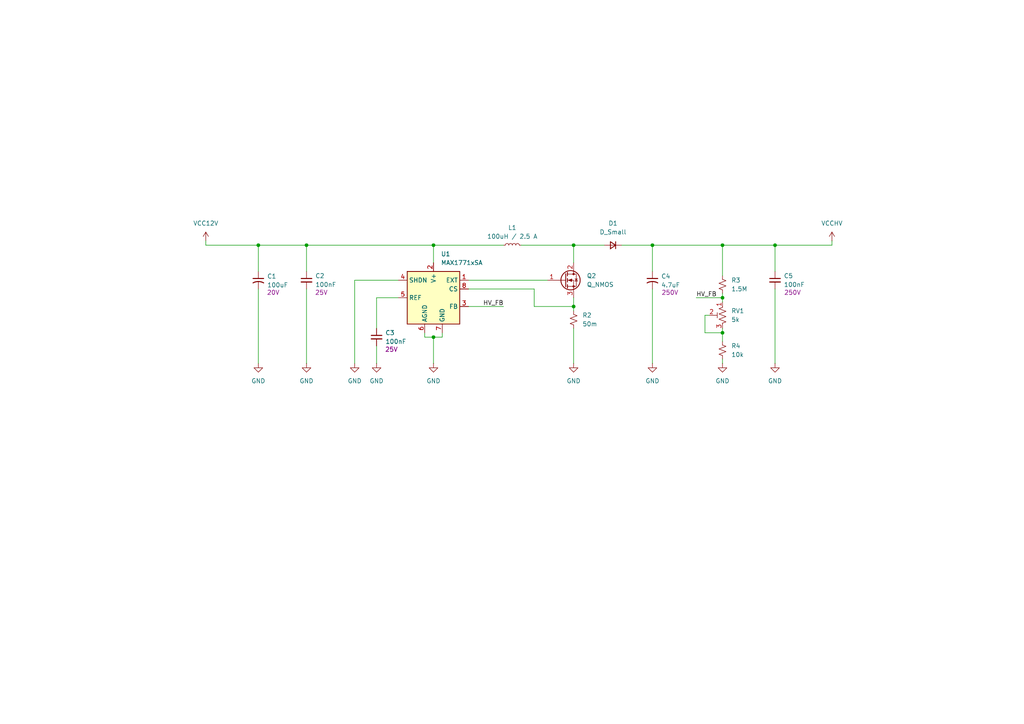
<source format=kicad_sch>
(kicad_sch (version 20250114) (generator "eeschema") (generator_version "9.0")
  (paper "A4")
  (lib_symbols
    (symbol "Device:C_Small" (pin_numbers (hide yes)) (pin_names (offset 0.254) (hide yes))
      (property "Reference" "C" (at 0.254 1.778 0))
      (property "Value" "C_Small" (at 0.254 -2.032 0))
      (symbol "C_Small_0_1"
        (polyline (pts (xy -1.524 0.508) (xy 1.524 0.508)) (stroke (width 0.3048)))
        (polyline (pts (xy -1.524 -0.508) (xy 1.524 -0.508)) (stroke (width 0.3302)))
      )
      (symbol "C_Small_1_1"
        (pin passive line (at 0 2.54 270) (length 2.032) (name "~") (number "1"))
        (pin passive line (at 0 -2.54 90) (length 2.032) (name "~") (number "2"))
      )
    )
    (symbol "Device:C_Small_US" (pin_numbers (hide yes)) (pin_names (offset 0.254) (hide yes))
      (property "Reference" "C" (at 0.254 1.778 0))
      (property "Value" "C_Small_US" (at 0.254 -2.032 0))
      (symbol "C_Small_US_0_1"
        (polyline (pts (xy -1.524 0.508) (xy 1.524 0.508)) (stroke (width 0.3048)))
        (arc (start -1.524 -0.762) (mid 0 -0.3734) (end 1.524 -0.762) (stroke (width 0.3048)))
      )
      (symbol "C_Small_US_1_1"
        (pin passive line (at 0 2.54 270) (length 2.032) (name "~") (number "1"))
        (pin passive line (at 0 -2.54 90) (length 2.032) (name "~") (number "2"))
      )
    )
    (symbol "Device:D_Small" (pin_numbers (hide yes)) (pin_names (offset 0.254) (hide yes))
      (property "Reference" "D" (at -1.27 2.032 0))
      (property "Value" "D_Small" (at -3.81 -2.032 0))
      (symbol "D_Small_0_1"
        (polyline (pts (xy -0.762 0) (xy 0.762 0)))
        (polyline (pts (xy -0.762 -1.016) (xy -0.762 1.016)) (stroke (width 0.254)))
        (polyline (pts (xy 0.762 -1.016) (xy -0.762 0) (xy 0.762 1.016) (xy 0.762 -1.016)) (stroke (width 0.254)))
      )
      (symbol "D_Small_1_1"
        (pin passive line (at -2.54 0 0) (length 1.778) (name "K") (number "1"))
        (pin passive line (at 2.54 0 180) (length 1.778) (name "A") (number "2"))
      )
    )
    (symbol "Device:L_Small" (pin_numbers (hide yes)) (pin_names (offset 0.254) (hide yes))
      (property "Reference" "L" (at 0.762 1.016 0))
      (property "Value" "L_Small" (at 0.762 -1.016 0))
      (symbol "L_Small_0_1"
        (arc (start 0 2.032) (mid 0.5058 1.524) (end 0 1.016))
        (arc (start 0 1.016) (mid 0.5058 0.508) (end 0 0))
        (arc (start 0 0) (mid 0.5058 -0.508) (end 0 -1.016))
        (arc (start 0 -1.016) (mid 0.5058 -1.524) (end 0 -2.032))
      )
      (symbol "L_Small_1_1"
        (pin passive line (at 0 2.54 270) (length 0.508) (name "~") (number "1"))
        (pin passive line (at 0 -2.54 90) (length 0.508) (name "~") (number "2"))
      )
    )
    (symbol "Device:R_Potentiometer_Trim_US" (pin_names (offset 1.016) (hide yes))
      (property "Reference" "RV" (at -4.445 0 90))
      (property "Value" "R_Potentiometer_Trim_US" (at -2.54 0 90))
      (symbol "R_Potentiometer_Trim_US_0_1"
        (polyline (pts (xy 0 2.286) (xy 0 2.54)))
        (polyline (pts (xy 0 2.286) (xy 1.016 1.905) (xy 0 1.524) (xy -1.016 1.143) (xy 0 0.762)))
        (polyline (pts (xy 0 0.762) (xy 1.016 0.381) (xy 0 0) (xy -1.016 -0.381) (xy 0 -0.762)))
        (polyline (pts (xy 0 -0.762) (xy 1.016 -1.143) (xy 0 -1.524) (xy -1.016 -1.905) (xy 0 -2.286)))
        (polyline (pts (xy 0 -2.286) (xy 0 -2.54)))
        (polyline (pts (xy 1.524 0.762) (xy 1.524 -0.762)))
        (polyline (pts (xy 2.54 0) (xy 1.524 0)))
      )
      (symbol "R_Potentiometer_Trim_US_1_1"
        (pin passive line (at 0 3.81 270) (length 1.27) (name "1") (number "1"))
        (pin passive line (at 0 -3.81 90) (length 1.27) (name "3") (number "3"))
        (pin passive line (at 3.81 0 180) (length 1.27) (name "2") (number "2"))
      )
    )
    (symbol "Device:R_Small_US" (pin_numbers (hide yes)) (pin_names (offset 0.254) (hide yes))
      (property "Reference" "R" (at 0.762 0.508 0))
      (property "Value" "R_Small_US" (at 0.762 -1.016 0))
      (symbol "R_Small_US_1_1"
        (polyline (pts (xy 0 1.524) (xy 1.016 1.143) (xy 0 0.762) (xy -1.016 0.381) (xy 0 0)))
        (polyline (pts (xy 0 0) (xy 1.016 -0.381) (xy 0 -0.762) (xy -1.016 -1.143) (xy 0 -1.524)))
        (pin passive line (at 0 2.54 270) (length 1.016) (name "~") (number "1"))
        (pin passive line (at 0 -2.54 90) (length 1.016) (name "~") (number "2"))
      )
    )
    (symbol "Regulator_Switching:MAX1771xSA"
      (property "Reference" "U" (at -3.81 10.16 0))
      (property "Value" "MAX1771xSA" (at 6.35 10.16 0))
      (symbol "MAX1771xSA_0_1"
        (rectangle (start -7.62 7.62) (end 7.62 -7.62) (stroke (width 0.254)) (fill (type background)))
      )
      (symbol "MAX1771xSA_1_1"
        (pin input line (at -10.16 5.08 0) (length 2.54) (name "SHDN") (number "4"))
        (pin passive line (at -10.16 0 0) (length 2.54) (name "REF") (number "5"))
        (pin power_in line (at -2.54 -10.16 90) (length 2.54) (name "AGND") (number "6"))
        (pin power_in line (at 0 10.16 270) (length 2.54) (name "V+") (number "2"))
        (pin power_in line (at 2.54 -10.16 90) (length 2.54) (name "GND") (number "7"))
        (pin output line (at 10.16 5.08 180) (length 2.54) (name "EXT") (number "1"))
        (pin input line (at 10.16 2.54 180) (length 2.54) (name "CS") (number "8"))
        (pin input line (at 10.16 -2.54 180) (length 2.54) (name "FB") (number "3"))
      )
    )
    (symbol "Transistor_FET:Q_NMOS_GDS" (pin_names (offset 0) (hide yes))
      (property "Reference" "Q" (at 5.08 1.905 0))
      (property "Value" "Q_NMOS_GDS" (at 5.08 0 0))
      (symbol "Q_NMOS_GDS_0_1"
        (polyline (pts (xy 0.254 1.905) (xy 0.254 -1.905)) (stroke (width 0.254)))
        (polyline (pts (xy 0.254 0) (xy -2.54 0)))
        (polyline (pts (xy 0.762 2.286) (xy 0.762 1.27)) (stroke (width 0.254)))
        (polyline (pts (xy 0.762 0.508) (xy 0.762 -0.508)) (stroke (width 0.254)))
        (polyline (pts (xy 0.762 -1.27) (xy 0.762 -2.286)) (stroke (width 0.254)))
        (polyline (pts (xy 0.762 -1.778) (xy 3.302 -1.778) (xy 3.302 1.778) (xy 0.762 1.778)))
        (polyline (pts (xy 1.016 0) (xy 2.032 0.381) (xy 2.032 -0.381) (xy 1.016 0)) (fill (type outline)))
        (circle (center 1.651 0) (radius 2.794) (stroke (width 0.254)))
        (polyline (pts (xy 2.54 2.54) (xy 2.54 1.778)))
        (circle (center 2.54 1.778) (radius 0.254) (fill (type outline)))
        (circle (center 2.54 -1.778) (radius 0.254) (fill (type outline)))
        (polyline (pts (xy 2.54 -2.54) (xy 2.54 0) (xy 0.762 0)))
        (polyline (pts (xy 2.921 0.381) (xy 3.683 0.381)))
        (polyline (pts (xy 3.302 0.381) (xy 2.921 -0.254) (xy 3.683 -0.254) (xy 3.302 0.381)))
      )
      (symbol "Q_NMOS_GDS_1_1"
        (pin input line (at -5.08 0 0) (length 2.54) (name "G") (number "1"))
        (pin passive line (at 2.54 5.08 270) (length 2.54) (name "D") (number "2"))
        (pin passive line (at 2.54 -5.08 90) (length 2.54) (name "S") (number "3"))
      )
    )
    (symbol "power:GND" (power) (pin_numbers (hide yes)) (pin_names (offset 0) (hide yes))
      (property "Value" "GND" (at 0 -3.81 0))
      (symbol "GND_0_1"
        (polyline (pts (xy 0 0) (xy 0 -1.27) (xy 1.27 -1.27) (xy 0 -2.54) (xy -1.27 -1.27) (xy 0 -1.27)))
      )
      (symbol "GND_1_1"
        (pin power_in line (at 0 0 270) (length 0) (name "~") (number "1"))
      )
    )
    (symbol "power:VCC" (power) (pin_numbers (hide yes)) (pin_names (offset 0) (hide yes))
      (property "Value" "VCC" (at 0 3.556 0))
      (symbol "VCC_0_1"
        (polyline (pts (xy -0.762 1.27) (xy 0 2.54)))
        (polyline (pts (xy 0 2.54) (xy 0.762 1.27)))
        (polyline (pts (xy 0 0) (xy 0 2.54)))
      )
      (symbol "VCC_1_1"
        (pin power_in line (at 0 0 90) (length 0) (name "~") (number "1"))
      )
    )
  )
  (junction (at 224.79 71.12))
  (junction (at 74.93 71.12))
  (junction (at 125.73 97.79))
  (junction (at 209.55 86.36))
  (junction (at 209.55 96.52))
  (junction (at 209.55 71.12))
  (junction (at 166.37 71.12))
  (junction (at 189.23 71.12))
  (junction (at 125.73 71.12))
  (junction (at 166.37 88.9))
  (junction (at 88.9 71.12))
  (wire (pts (xy 209.55 86.36) (xy 209.55 87.63)))
  (wire (pts (xy 154.94 88.9) (xy 166.37 88.9)))
  (wire (pts (xy 209.55 104.14) (xy 209.55 105.41)))
  (wire (pts (xy 204.47 91.44) (xy 205.74 91.44)))
  (wire (pts (xy 241.3 69.85) (xy 241.3 71.12)))
  (wire (pts (xy 189.23 71.12) (xy 189.23 78.74)))
  (wire (pts (xy 204.47 91.44) (xy 204.47 96.52)))
  (wire (pts (xy 59.69 71.12) (xy 74.93 71.12)))
  (wire (pts (xy 204.47 96.52) (xy 209.55 96.52)))
  (wire (pts (xy 166.37 71.12) (xy 175.26 71.12)))
  (wire (pts (xy 125.73 71.12) (xy 125.73 76.2)))
  (wire (pts (xy 128.27 96.52) (xy 128.27 97.79)))
  (wire (pts (xy 180.34 71.12) (xy 189.23 71.12)))
  (wire (pts (xy 166.37 86.36) (xy 166.37 88.9)))
  (wire (pts (xy 189.23 71.12) (xy 209.55 71.12)))
  (wire (pts (xy 166.37 71.12) (xy 166.37 76.2)))
  (wire (pts (xy 125.73 97.79) (xy 128.27 97.79)))
  (wire (pts (xy 125.73 71.12) (xy 146.05 71.12)))
  (wire (pts (xy 201.93 86.36) (xy 209.55 86.36)))
  (wire (pts (xy 209.55 96.52) (xy 209.55 99.06)))
  (wire (pts (xy 102.87 81.28) (xy 115.57 81.28)))
  (wire (pts (xy 74.93 83.82) (xy 74.93 105.41)))
  (wire (pts (xy 224.79 71.12) (xy 241.3 71.12)))
  (wire (pts (xy 135.89 88.9) (xy 146.05 88.9)))
  (wire (pts (xy 189.23 83.82) (xy 189.23 105.41)))
  (wire (pts (xy 151.13 71.12) (xy 166.37 71.12)))
  (wire (pts (xy 166.37 88.9) (xy 166.37 90.17)))
  (wire (pts (xy 109.22 86.36) (xy 109.22 95.25)))
  (wire (pts (xy 209.55 85.09) (xy 209.55 86.36)))
  (wire (pts (xy 109.22 100.33) (xy 109.22 105.41)))
  (wire (pts (xy 224.79 71.12) (xy 224.79 78.74)))
  (wire (pts (xy 135.89 83.82) (xy 154.94 83.82)))
  (wire (pts (xy 74.93 71.12) (xy 74.93 78.74)))
  (wire (pts (xy 88.9 83.82) (xy 88.9 105.41)))
  (wire (pts (xy 102.87 81.28) (xy 102.87 105.41)))
  (wire (pts (xy 209.55 71.12) (xy 224.79 71.12)))
  (wire (pts (xy 123.19 96.52) (xy 123.19 97.79)))
  (wire (pts (xy 88.9 71.12) (xy 125.73 71.12)))
  (wire (pts (xy 125.73 97.79) (xy 125.73 105.41)))
  (wire (pts (xy 74.93 71.12) (xy 88.9 71.12)))
  (wire (pts (xy 88.9 71.12) (xy 88.9 78.74)))
  (wire (pts (xy 166.37 95.25) (xy 166.37 105.41)))
  (wire (pts (xy 59.69 69.85) (xy 59.69 71.12)))
  (wire (pts (xy 123.19 97.79) (xy 125.73 97.79)))
  (wire (pts (xy 135.89 81.28) (xy 158.75 81.28)))
  (wire (pts (xy 209.55 71.12) (xy 209.55 80.01)))
  (wire (pts (xy 154.94 83.82) (xy 154.94 88.9)))
  (wire (pts (xy 224.79 83.82) (xy 224.79 105.41)))
  (wire (pts (xy 209.55 95.25) (xy 209.55 96.52)))
  (wire (pts (xy 109.22 86.36) (xy 115.57 86.36)))
  (label "HV_FB" (at 201.93 86.36 0))
  (label "HV_FB" (at 146.05 88.9 180))
  (symbol (lib_id "Device:R_Small_US") (at 166.37 92.71 0) (unit 1)
    (property "Reference" "R2" (at 168.91 91.4399 0) (effects (justify left)))
    (property "Value" "50m" (at 168.91 93.9799 0) (effects (justify left)))
    (property "Footprint" "Resistor_SMD:R_1206_3216Metric" (effects (hide yes)))
    (property "Description" "Resistor, small US symbol" (effects (hide yes)))
    (property "LCSC" "C149662" (effects (hide yes)))
  )
  (symbol (lib_id "power:GND") (at 189.23 105.41 0) (unit 1)
    (property "Reference" "#PWR09" (effects (hide yes)))
    (property "Value" "GND" (at 189.23 110.49 0))
    (property "Description" "Power symbol creates a global label with name \"GND\" , ground" (effects (hide yes)))
  )
  (symbol (lib_id "power:GND") (at 224.79 105.41 0) (unit 1)
    (property "Reference" "#PWR011" (effects (hide yes)))
    (property "Value" "GND" (at 224.79 110.49 0))
    (property "Description" "Power symbol creates a global label with name \"GND\" , ground" (effects (hide yes)))
  )
  (symbol (lib_id "Regulator_Switching:MAX1771xSA") (at 125.73 86.36 0) (unit 1)
    (property "Reference" "U1" (at 127.8733 73.66 0) (effects (justify left)))
    (property "Value" "MAX1771xSA" (at 127.8733 76.2 0) (effects (justify left)))
    (property "Footprint" "Package_SO:SO-8_3.9x4.9mm_P1.27mm" (effects (hide yes)))
    (property "Datasheet" "https://datasheets.maximintegrated.com/en/ds/MAX1771.pdf" (effects (hide yes)))
    (property "Description" "12V or Adjustable, High-Efficiency, Low IQ, Step-Up DC-DC Controller, SO-8" (effects (hide yes)))
  )
  (symbol (lib_id "Transistor_FET:Q_NMOS_GDS") (at 163.83 81.28 0) (unit 1)
    (property "Reference" "Q2" (at 170.18 80.0099 0) (effects (justify left)))
    (property "Value" "Q_NMOS" (at 170.18 82.5499 0) (effects (justify left)))
    (property "Footprint" "Package_TO_SOT_SMD:TO-263-2" (effects (hide yes)))
    (property "Description" "N-MOSFET transistor, gate/drain/source" (effects (hide yes)))
    (property "LCSC" "C39238" (effects (hide yes)))
  )
  (symbol (lib_id "power:GND") (at 125.73 105.41 0) (unit 1)
    (property "Reference" "#PWR07" (effects (hide yes)))
    (property "Value" "GND" (at 125.73 110.49 0))
    (property "Description" "Power symbol creates a global label with name \"GND\" , ground" (effects (hide yes)))
  )
  (symbol (lib_id "Device:L_Small") (at 148.59 71.12 90) (unit 1)
    (property "Reference" "L1" (at 148.59 66.04 90))
    (property "Value" "100uH / 2.5 A" (at 148.59 68.58 90))
    (property "Footprint" "Inductor_SMD:L_APV_APH0840" (effects (hide yes)))
    (property "Description" "Inductor, small symbol" (effects (hide yes)))
    (property "LCSC" "C2962892" (effects (hide yes)))
  )
  (symbol (lib_id "Device:C_Small_US") (at 74.93 81.28 0) (unit 1)
    (property "Reference" "C1" (at 77.47 80.1369 0) (effects (justify left)))
    (property "Value" "100uF" (at 77.47 82.6769 0) (effects (justify left)))
    (property "Footprint" "Capacitor_Tantalum_SMD:CP_EIA-7343-15_Kemet-W_HandSolder" (effects (hide yes)))
    (property "Description" "capacitor, small US symbol" (effects (hide yes)))
    (property "Voltage" "20V" (at 79.248 84.836 0))
    (property "LCSC" "C122302" (effects (hide yes)))
  )
  (symbol (lib_id "Device:C_Small_US") (at 189.23 81.28 0) (unit 1)
    (property "Reference" "C4" (at 191.77 80.1369 0) (effects (justify left)))
    (property "Value" "4.7uF" (at 191.77 82.6769 0) (effects (justify left)))
    (property "Footprint" "Capacitor_SMD:C_Elec_8x10.2" (effects (hide yes)))
    (property "Description" "capacitor, small US symbol" (effects (hide yes)))
    (property "Voltage" "250V" (at 194.31 84.836 0))
    (property "LCSC" "C88702" (effects (hide yes)))
  )
  (symbol (lib_id "power:VCC") (at 59.69 69.85 0) (unit 1)
    (property "Reference" "#PWR02" (effects (hide yes)))
    (property "Value" "VCC12V" (at 59.69 64.77 0))
    (property "Description" "Power symbol creates a global label with name \"VCC\"" (effects (hide yes)))
  )
  (symbol (lib_id "Device:R_Potentiometer_Trim_US") (at 209.55 91.44 0) (mirror y) (unit 1)
    (property "Reference" "RV1" (at 212.09 90.1699 0) (effects (justify right)))
    (property "Value" "5k" (at 212.09 92.7099 0) (effects (justify right)))
    (property "Footprint" "Potentiometer_SMD:Potentiometer_Bourns_3314G_Vertical" (effects (hide yes)))
    (property "Description" "Trim-potentiometer, US symbol" (effects (hide yes)))
    (property "LCSC" "C719180" (effects (hide yes)))
  )
  (symbol (lib_id "power:VCC") (at 241.3 69.85 0) (unit 1)
    (property "Reference" "#PWR012" (effects (hide yes)))
    (property "Value" "VCCHV" (at 241.3 64.77 0))
    (property "Description" "Power symbol creates a global label with name \"VCC\"" (effects (hide yes)))
  )
  (symbol (lib_id "power:GND") (at 109.22 105.41 0) (unit 1)
    (property "Reference" "#PWR06" (effects (hide yes)))
    (property "Value" "GND" (at 109.22 110.49 0))
    (property "Description" "Power symbol creates a global label with name \"GND\" , ground" (effects (hide yes)))
  )
  (symbol (lib_id "Device:R_Small_US") (at 209.55 101.6 0) (unit 1)
    (property "Reference" "R4" (at 212.09 100.3299 0) (effects (justify left)))
    (property "Value" "10k" (at 212.09 102.8699 0) (effects (justify left)))
    (property "Footprint" "Resistor_SMD:R_0805_2012Metric" (effects (hide yes)))
    (property "Description" "Resistor, small US symbol" (effects (hide yes)))
    (property "LCSC" "C269724" (effects (hide yes)))
  )
  (symbol (lib_id "Device:C_Small") (at 224.79 81.28 0) (unit 1)
    (property "Reference" "C5" (at 227.33 80.0162 0) (effects (justify left)))
    (property "Value" "100nF" (at 227.33 82.5562 0) (effects (justify left)))
    (property "Footprint" "Capacitor_SMD:C_1210_3225Metric" (effects (hide yes)))
    (property "Description" "Unpolarized capacitor, small symbol" (effects (hide yes)))
    (property "Voltage" "250V" (at 229.87 84.836 0))
    (property "LCSC" "C52020" (effects (hide yes)))
  )
  (symbol (lib_id "power:GND") (at 88.9 105.41 0) (unit 1)
    (property "Reference" "#PWR04" (effects (hide yes)))
    (property "Value" "GND" (at 88.9 110.49 0))
    (property "Description" "Power symbol creates a global label with name \"GND\" , ground" (effects (hide yes)))
  )
  (symbol (lib_id "power:GND") (at 209.55 105.41 0) (unit 1)
    (property "Reference" "#PWR010" (effects (hide yes)))
    (property "Value" "GND" (at 209.55 110.49 0))
    (property "Description" "Power symbol creates a global label with name \"GND\" , ground" (effects (hide yes)))
  )
  (symbol (lib_id "power:GND") (at 166.37 105.41 0) (unit 1)
    (property "Reference" "#PWR08" (effects (hide yes)))
    (property "Value" "GND" (at 166.37 110.49 0))
    (property "Description" "Power symbol creates a global label with name \"GND\" , ground" (effects (hide yes)))
  )
  (symbol (lib_id "power:GND") (at 74.93 105.41 0) (unit 1)
    (property "Reference" "#PWR03" (effects (hide yes)))
    (property "Value" "GND" (at 74.93 110.49 0))
    (property "Description" "Power symbol creates a global label with name \"GND\" , ground" (effects (hide yes)))
  )
  (symbol (lib_id "power:GND") (at 102.87 105.41 0) (unit 1)
    (property "Reference" "#PWR05" (effects (hide yes)))
    (property "Value" "GND" (at 102.87 110.49 0))
    (property "Description" "Power symbol creates a global label with name \"GND\" , ground" (effects (hide yes)))
  )
  (symbol (lib_id "Device:C_Small") (at 88.9 81.28 0) (unit 1)
    (property "Reference" "C2" (at 91.44 80.0162 0) (effects (justify left)))
    (property "Value" "100nF" (at 91.44 82.5562 0) (effects (justify left)))
    (property "Footprint" "Capacitor_SMD:C_0603_1608Metric" (effects (hide yes)))
    (property "Description" "Unpolarized capacitor, small symbol" (effects (hide yes)))
    (property "Voltage" "25V" (at 93.218 84.836 0))
    (property "LCSC" "C92490" (effects (hide yes)))
  )
  (symbol (lib_id "Device:R_Small_US") (at 209.55 82.55 0) (unit 1)
    (property "Reference" "R3" (at 212.09 81.2799 0) (effects (justify left)))
    (property "Value" "1.5M" (at 212.09 83.8199 0) (effects (justify left)))
    (property "Footprint" "Resistor_SMD:R_0805_2012Metric" (effects (hide yes)))
    (property "Description" "Resistor, small US symbol" (effects (hide yes)))
    (property "LCSC" "C118025" (effects (hide yes)))
  )
  (symbol (lib_id "Device:D_Small") (at 177.8 71.12 0) (mirror y) (unit 1)
    (property "Reference" "D1" (at 177.8 64.77 0))
    (property "Value" "D_Small" (at 177.8 67.31 0))
    (property "Footprint" "Diode_SMD:D_SMB_Handsoldering" (effects (hide yes)))
    (property "Description" "Diode, small symbol" (effects (hide yes)))
    (property "Sim.Device" "D" (effects (hide yes)))
    (property "Sim.Pins" "1=K 2=A" (effects (hide yes)))
    (property "LCSC" "C145321" (effects (hide yes)))
  )
  (symbol (lib_id "Device:C_Small") (at 109.22 97.79 0) (unit 1)
    (property "Reference" "C3" (at 111.76 96.5262 0) (effects (justify left)))
    (property "Value" "100nF" (at 111.76 99.0662 0) (effects (justify left)))
    (property "Footprint" "Capacitor_SMD:C_0603_1608Metric" (effects (hide yes)))
    (property "Description" "Unpolarized capacitor, small symbol" (effects (hide yes)))
    (property "Voltage" "25V" (at 113.538 101.346 0))
    (property "LCSC" "C92490" (effects (hide yes)))
  )
)
</source>
